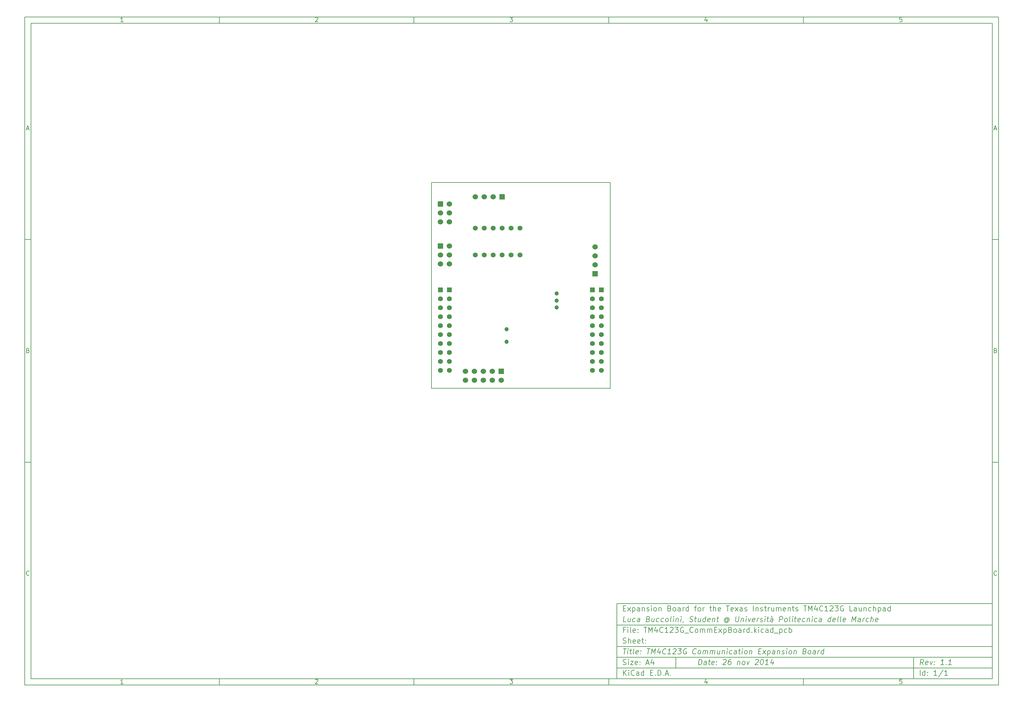
<source format=gbs>
G04 (created by PCBNEW (2013-07-07 BZR 4022)-stable) date 11/26/2014 18:45:40*
%MOIN*%
G04 Gerber Fmt 3.4, Leading zero omitted, Abs format*
%FSLAX34Y34*%
G01*
G70*
G90*
G04 APERTURE LIST*
%ADD10C,0.00590551*%
%ADD11C,0.00629921*%
%ADD12R,0.06X0.06*%
%ADD13C,0.06*%
%ADD14R,0.055X0.055*%
%ADD15C,0.055*%
%ADD16C,0.0472441*%
%ADD17C,0.0551181*%
G04 APERTURE END LIST*
G54D10*
X4000Y-4000D02*
X112930Y-4000D01*
X112930Y-78680D01*
X4000Y-78680D01*
X4000Y-4000D01*
X4700Y-4700D02*
X112230Y-4700D01*
X112230Y-77980D01*
X4700Y-77980D01*
X4700Y-4700D01*
X25780Y-4000D02*
X25780Y-4700D01*
X15032Y-4552D02*
X14747Y-4552D01*
X14890Y-4552D02*
X14890Y-4052D01*
X14842Y-4123D01*
X14794Y-4171D01*
X14747Y-4195D01*
X25780Y-78680D02*
X25780Y-77980D01*
X15032Y-78532D02*
X14747Y-78532D01*
X14890Y-78532D02*
X14890Y-78032D01*
X14842Y-78103D01*
X14794Y-78151D01*
X14747Y-78175D01*
X47560Y-4000D02*
X47560Y-4700D01*
X36527Y-4100D02*
X36550Y-4076D01*
X36598Y-4052D01*
X36717Y-4052D01*
X36765Y-4076D01*
X36789Y-4100D01*
X36812Y-4147D01*
X36812Y-4195D01*
X36789Y-4266D01*
X36503Y-4552D01*
X36812Y-4552D01*
X47560Y-78680D02*
X47560Y-77980D01*
X36527Y-78080D02*
X36550Y-78056D01*
X36598Y-78032D01*
X36717Y-78032D01*
X36765Y-78056D01*
X36789Y-78080D01*
X36812Y-78127D01*
X36812Y-78175D01*
X36789Y-78246D01*
X36503Y-78532D01*
X36812Y-78532D01*
X69340Y-4000D02*
X69340Y-4700D01*
X58283Y-4052D02*
X58592Y-4052D01*
X58426Y-4242D01*
X58497Y-4242D01*
X58545Y-4266D01*
X58569Y-4290D01*
X58592Y-4338D01*
X58592Y-4457D01*
X58569Y-4504D01*
X58545Y-4528D01*
X58497Y-4552D01*
X58354Y-4552D01*
X58307Y-4528D01*
X58283Y-4504D01*
X69340Y-78680D02*
X69340Y-77980D01*
X58283Y-78032D02*
X58592Y-78032D01*
X58426Y-78222D01*
X58497Y-78222D01*
X58545Y-78246D01*
X58569Y-78270D01*
X58592Y-78318D01*
X58592Y-78437D01*
X58569Y-78484D01*
X58545Y-78508D01*
X58497Y-78532D01*
X58354Y-78532D01*
X58307Y-78508D01*
X58283Y-78484D01*
X91120Y-4000D02*
X91120Y-4700D01*
X80325Y-4219D02*
X80325Y-4552D01*
X80206Y-4028D02*
X80087Y-4385D01*
X80396Y-4385D01*
X91120Y-78680D02*
X91120Y-77980D01*
X80325Y-78199D02*
X80325Y-78532D01*
X80206Y-78008D02*
X80087Y-78365D01*
X80396Y-78365D01*
X102129Y-4052D02*
X101890Y-4052D01*
X101867Y-4290D01*
X101890Y-4266D01*
X101938Y-4242D01*
X102057Y-4242D01*
X102105Y-4266D01*
X102129Y-4290D01*
X102152Y-4338D01*
X102152Y-4457D01*
X102129Y-4504D01*
X102105Y-4528D01*
X102057Y-4552D01*
X101938Y-4552D01*
X101890Y-4528D01*
X101867Y-4504D01*
X102129Y-78032D02*
X101890Y-78032D01*
X101867Y-78270D01*
X101890Y-78246D01*
X101938Y-78222D01*
X102057Y-78222D01*
X102105Y-78246D01*
X102129Y-78270D01*
X102152Y-78318D01*
X102152Y-78437D01*
X102129Y-78484D01*
X102105Y-78508D01*
X102057Y-78532D01*
X101938Y-78532D01*
X101890Y-78508D01*
X101867Y-78484D01*
X4000Y-28890D02*
X4700Y-28890D01*
X4230Y-16509D02*
X4469Y-16509D01*
X4183Y-16652D02*
X4350Y-16152D01*
X4516Y-16652D01*
X112930Y-28890D02*
X112230Y-28890D01*
X112460Y-16509D02*
X112699Y-16509D01*
X112413Y-16652D02*
X112580Y-16152D01*
X112746Y-16652D01*
X4000Y-53780D02*
X4700Y-53780D01*
X4385Y-41280D02*
X4457Y-41304D01*
X4480Y-41328D01*
X4504Y-41375D01*
X4504Y-41447D01*
X4480Y-41494D01*
X4457Y-41518D01*
X4409Y-41542D01*
X4219Y-41542D01*
X4219Y-41042D01*
X4385Y-41042D01*
X4433Y-41066D01*
X4457Y-41090D01*
X4480Y-41137D01*
X4480Y-41185D01*
X4457Y-41232D01*
X4433Y-41256D01*
X4385Y-41280D01*
X4219Y-41280D01*
X112930Y-53780D02*
X112230Y-53780D01*
X112615Y-41280D02*
X112687Y-41304D01*
X112710Y-41328D01*
X112734Y-41375D01*
X112734Y-41447D01*
X112710Y-41494D01*
X112687Y-41518D01*
X112639Y-41542D01*
X112449Y-41542D01*
X112449Y-41042D01*
X112615Y-41042D01*
X112663Y-41066D01*
X112687Y-41090D01*
X112710Y-41137D01*
X112710Y-41185D01*
X112687Y-41232D01*
X112663Y-41256D01*
X112615Y-41280D01*
X112449Y-41280D01*
X4504Y-66384D02*
X4480Y-66408D01*
X4409Y-66432D01*
X4361Y-66432D01*
X4290Y-66408D01*
X4242Y-66360D01*
X4219Y-66313D01*
X4195Y-66218D01*
X4195Y-66146D01*
X4219Y-66051D01*
X4242Y-66003D01*
X4290Y-65956D01*
X4361Y-65932D01*
X4409Y-65932D01*
X4480Y-65956D01*
X4504Y-65980D01*
X112734Y-66384D02*
X112710Y-66408D01*
X112639Y-66432D01*
X112591Y-66432D01*
X112520Y-66408D01*
X112472Y-66360D01*
X112449Y-66313D01*
X112425Y-66218D01*
X112425Y-66146D01*
X112449Y-66051D01*
X112472Y-66003D01*
X112520Y-65956D01*
X112591Y-65932D01*
X112639Y-65932D01*
X112710Y-65956D01*
X112734Y-65980D01*
X79380Y-76422D02*
X79455Y-75822D01*
X79597Y-75822D01*
X79680Y-75851D01*
X79730Y-75908D01*
X79751Y-75965D01*
X79765Y-76080D01*
X79755Y-76165D01*
X79712Y-76280D01*
X79676Y-76337D01*
X79612Y-76394D01*
X79522Y-76422D01*
X79380Y-76422D01*
X80237Y-76422D02*
X80276Y-76108D01*
X80255Y-76051D01*
X80201Y-76022D01*
X80087Y-76022D01*
X80026Y-76051D01*
X80240Y-76394D02*
X80180Y-76422D01*
X80037Y-76422D01*
X79983Y-76394D01*
X79962Y-76337D01*
X79969Y-76280D01*
X80005Y-76222D01*
X80065Y-76194D01*
X80208Y-76194D01*
X80269Y-76165D01*
X80487Y-76022D02*
X80715Y-76022D01*
X80597Y-75822D02*
X80533Y-76337D01*
X80555Y-76394D01*
X80608Y-76422D01*
X80665Y-76422D01*
X81097Y-76394D02*
X81037Y-76422D01*
X80922Y-76422D01*
X80869Y-76394D01*
X80847Y-76337D01*
X80876Y-76108D01*
X80912Y-76051D01*
X80972Y-76022D01*
X81087Y-76022D01*
X81140Y-76051D01*
X81162Y-76108D01*
X81155Y-76165D01*
X80862Y-76222D01*
X81387Y-76365D02*
X81412Y-76394D01*
X81380Y-76422D01*
X81355Y-76394D01*
X81387Y-76365D01*
X81380Y-76422D01*
X81426Y-76051D02*
X81451Y-76080D01*
X81419Y-76108D01*
X81394Y-76080D01*
X81426Y-76051D01*
X81419Y-76108D01*
X82162Y-75880D02*
X82194Y-75851D01*
X82255Y-75822D01*
X82397Y-75822D01*
X82451Y-75851D01*
X82476Y-75880D01*
X82497Y-75937D01*
X82490Y-75994D01*
X82451Y-76080D01*
X82065Y-76422D01*
X82437Y-76422D01*
X83026Y-75822D02*
X82912Y-75822D01*
X82851Y-75851D01*
X82819Y-75880D01*
X82751Y-75965D01*
X82708Y-76080D01*
X82680Y-76308D01*
X82701Y-76365D01*
X82726Y-76394D01*
X82780Y-76422D01*
X82894Y-76422D01*
X82955Y-76394D01*
X82987Y-76365D01*
X83022Y-76308D01*
X83040Y-76165D01*
X83019Y-76108D01*
X82994Y-76080D01*
X82940Y-76051D01*
X82826Y-76051D01*
X82765Y-76080D01*
X82733Y-76108D01*
X82697Y-76165D01*
X83772Y-76022D02*
X83722Y-76422D01*
X83765Y-76080D02*
X83797Y-76051D01*
X83858Y-76022D01*
X83944Y-76022D01*
X83997Y-76051D01*
X84019Y-76108D01*
X83980Y-76422D01*
X84351Y-76422D02*
X84297Y-76394D01*
X84272Y-76365D01*
X84251Y-76308D01*
X84272Y-76137D01*
X84308Y-76080D01*
X84340Y-76051D01*
X84401Y-76022D01*
X84487Y-76022D01*
X84540Y-76051D01*
X84565Y-76080D01*
X84587Y-76137D01*
X84565Y-76308D01*
X84530Y-76365D01*
X84497Y-76394D01*
X84437Y-76422D01*
X84351Y-76422D01*
X84801Y-76022D02*
X84894Y-76422D01*
X85087Y-76022D01*
X85762Y-75880D02*
X85794Y-75851D01*
X85855Y-75822D01*
X85997Y-75822D01*
X86051Y-75851D01*
X86076Y-75880D01*
X86097Y-75937D01*
X86090Y-75994D01*
X86051Y-76080D01*
X85665Y-76422D01*
X86037Y-76422D01*
X86483Y-75822D02*
X86540Y-75822D01*
X86594Y-75851D01*
X86619Y-75880D01*
X86640Y-75937D01*
X86655Y-76051D01*
X86637Y-76194D01*
X86594Y-76308D01*
X86558Y-76365D01*
X86526Y-76394D01*
X86465Y-76422D01*
X86408Y-76422D01*
X86355Y-76394D01*
X86330Y-76365D01*
X86308Y-76308D01*
X86294Y-76194D01*
X86312Y-76051D01*
X86355Y-75937D01*
X86390Y-75880D01*
X86422Y-75851D01*
X86483Y-75822D01*
X87180Y-76422D02*
X86837Y-76422D01*
X87008Y-76422D02*
X87083Y-75822D01*
X87015Y-75908D01*
X86951Y-75965D01*
X86890Y-75994D01*
X87744Y-76022D02*
X87694Y-76422D01*
X87630Y-75794D02*
X87433Y-76222D01*
X87805Y-76222D01*
X70972Y-77622D02*
X70972Y-77022D01*
X71315Y-77622D02*
X71058Y-77280D01*
X71315Y-77022D02*
X70972Y-77365D01*
X71572Y-77622D02*
X71572Y-77222D01*
X71572Y-77022D02*
X71544Y-77051D01*
X71572Y-77080D01*
X71601Y-77051D01*
X71572Y-77022D01*
X71572Y-77080D01*
X72201Y-77565D02*
X72172Y-77594D01*
X72087Y-77622D01*
X72030Y-77622D01*
X71944Y-77594D01*
X71887Y-77537D01*
X71858Y-77480D01*
X71830Y-77365D01*
X71830Y-77280D01*
X71858Y-77165D01*
X71887Y-77108D01*
X71944Y-77051D01*
X72030Y-77022D01*
X72087Y-77022D01*
X72172Y-77051D01*
X72201Y-77080D01*
X72715Y-77622D02*
X72715Y-77308D01*
X72687Y-77251D01*
X72630Y-77222D01*
X72515Y-77222D01*
X72458Y-77251D01*
X72715Y-77594D02*
X72658Y-77622D01*
X72515Y-77622D01*
X72458Y-77594D01*
X72430Y-77537D01*
X72430Y-77480D01*
X72458Y-77422D01*
X72515Y-77394D01*
X72658Y-77394D01*
X72715Y-77365D01*
X73258Y-77622D02*
X73258Y-77022D01*
X73258Y-77594D02*
X73201Y-77622D01*
X73087Y-77622D01*
X73030Y-77594D01*
X73001Y-77565D01*
X72972Y-77508D01*
X72972Y-77337D01*
X73001Y-77280D01*
X73030Y-77251D01*
X73087Y-77222D01*
X73201Y-77222D01*
X73258Y-77251D01*
X74001Y-77308D02*
X74201Y-77308D01*
X74287Y-77622D02*
X74001Y-77622D01*
X74001Y-77022D01*
X74287Y-77022D01*
X74544Y-77565D02*
X74572Y-77594D01*
X74544Y-77622D01*
X74515Y-77594D01*
X74544Y-77565D01*
X74544Y-77622D01*
X74829Y-77622D02*
X74829Y-77022D01*
X74972Y-77022D01*
X75058Y-77051D01*
X75115Y-77108D01*
X75144Y-77165D01*
X75172Y-77280D01*
X75172Y-77365D01*
X75144Y-77480D01*
X75115Y-77537D01*
X75058Y-77594D01*
X74972Y-77622D01*
X74829Y-77622D01*
X75429Y-77565D02*
X75458Y-77594D01*
X75429Y-77622D01*
X75401Y-77594D01*
X75429Y-77565D01*
X75429Y-77622D01*
X75687Y-77451D02*
X75972Y-77451D01*
X75629Y-77622D02*
X75829Y-77022D01*
X76029Y-77622D01*
X76229Y-77565D02*
X76258Y-77594D01*
X76229Y-77622D01*
X76201Y-77594D01*
X76229Y-77565D01*
X76229Y-77622D01*
X104522Y-76422D02*
X104358Y-76137D01*
X104180Y-76422D02*
X104255Y-75822D01*
X104483Y-75822D01*
X104537Y-75851D01*
X104562Y-75880D01*
X104583Y-75937D01*
X104572Y-76022D01*
X104537Y-76080D01*
X104505Y-76108D01*
X104444Y-76137D01*
X104215Y-76137D01*
X105012Y-76394D02*
X104951Y-76422D01*
X104837Y-76422D01*
X104783Y-76394D01*
X104762Y-76337D01*
X104790Y-76108D01*
X104826Y-76051D01*
X104887Y-76022D01*
X105001Y-76022D01*
X105055Y-76051D01*
X105076Y-76108D01*
X105069Y-76165D01*
X104776Y-76222D01*
X105287Y-76022D02*
X105380Y-76422D01*
X105572Y-76022D01*
X105758Y-76365D02*
X105783Y-76394D01*
X105751Y-76422D01*
X105726Y-76394D01*
X105758Y-76365D01*
X105751Y-76422D01*
X105797Y-76051D02*
X105822Y-76080D01*
X105790Y-76108D01*
X105765Y-76080D01*
X105797Y-76051D01*
X105790Y-76108D01*
X106808Y-76422D02*
X106465Y-76422D01*
X106637Y-76422D02*
X106712Y-75822D01*
X106644Y-75908D01*
X106580Y-75965D01*
X106519Y-75994D01*
X107072Y-76365D02*
X107097Y-76394D01*
X107065Y-76422D01*
X107040Y-76394D01*
X107072Y-76365D01*
X107065Y-76422D01*
X107665Y-76422D02*
X107322Y-76422D01*
X107494Y-76422D02*
X107569Y-75822D01*
X107501Y-75908D01*
X107437Y-75965D01*
X107376Y-75994D01*
X70944Y-76394D02*
X71030Y-76422D01*
X71172Y-76422D01*
X71230Y-76394D01*
X71258Y-76365D01*
X71287Y-76308D01*
X71287Y-76251D01*
X71258Y-76194D01*
X71230Y-76165D01*
X71172Y-76137D01*
X71058Y-76108D01*
X71001Y-76080D01*
X70972Y-76051D01*
X70944Y-75994D01*
X70944Y-75937D01*
X70972Y-75880D01*
X71001Y-75851D01*
X71058Y-75822D01*
X71201Y-75822D01*
X71287Y-75851D01*
X71544Y-76422D02*
X71544Y-76022D01*
X71544Y-75822D02*
X71515Y-75851D01*
X71544Y-75880D01*
X71572Y-75851D01*
X71544Y-75822D01*
X71544Y-75880D01*
X71772Y-76022D02*
X72087Y-76022D01*
X71772Y-76422D01*
X72087Y-76422D01*
X72544Y-76394D02*
X72487Y-76422D01*
X72372Y-76422D01*
X72315Y-76394D01*
X72287Y-76337D01*
X72287Y-76108D01*
X72315Y-76051D01*
X72372Y-76022D01*
X72487Y-76022D01*
X72544Y-76051D01*
X72572Y-76108D01*
X72572Y-76165D01*
X72287Y-76222D01*
X72830Y-76365D02*
X72858Y-76394D01*
X72830Y-76422D01*
X72801Y-76394D01*
X72830Y-76365D01*
X72830Y-76422D01*
X72830Y-76051D02*
X72858Y-76080D01*
X72830Y-76108D01*
X72801Y-76080D01*
X72830Y-76051D01*
X72830Y-76108D01*
X73544Y-76251D02*
X73830Y-76251D01*
X73487Y-76422D02*
X73687Y-75822D01*
X73887Y-76422D01*
X74344Y-76022D02*
X74344Y-76422D01*
X74201Y-75794D02*
X74058Y-76222D01*
X74430Y-76222D01*
X104172Y-77622D02*
X104172Y-77022D01*
X104715Y-77622D02*
X104715Y-77022D01*
X104715Y-77594D02*
X104658Y-77622D01*
X104544Y-77622D01*
X104487Y-77594D01*
X104458Y-77565D01*
X104430Y-77508D01*
X104430Y-77337D01*
X104458Y-77280D01*
X104487Y-77251D01*
X104544Y-77222D01*
X104658Y-77222D01*
X104715Y-77251D01*
X105001Y-77565D02*
X105030Y-77594D01*
X105001Y-77622D01*
X104972Y-77594D01*
X105001Y-77565D01*
X105001Y-77622D01*
X105001Y-77251D02*
X105030Y-77280D01*
X105001Y-77308D01*
X104972Y-77280D01*
X105001Y-77251D01*
X105001Y-77308D01*
X106058Y-77622D02*
X105715Y-77622D01*
X105887Y-77622D02*
X105887Y-77022D01*
X105829Y-77108D01*
X105772Y-77165D01*
X105715Y-77194D01*
X106744Y-76994D02*
X106230Y-77765D01*
X107258Y-77622D02*
X106915Y-77622D01*
X107087Y-77622D02*
X107087Y-77022D01*
X107029Y-77108D01*
X106972Y-77165D01*
X106915Y-77194D01*
X70969Y-74622D02*
X71312Y-74622D01*
X71065Y-75222D02*
X71140Y-74622D01*
X71437Y-75222D02*
X71487Y-74822D01*
X71512Y-74622D02*
X71480Y-74651D01*
X71505Y-74680D01*
X71537Y-74651D01*
X71512Y-74622D01*
X71505Y-74680D01*
X71687Y-74822D02*
X71915Y-74822D01*
X71797Y-74622D02*
X71733Y-75137D01*
X71755Y-75194D01*
X71808Y-75222D01*
X71865Y-75222D01*
X72151Y-75222D02*
X72097Y-75194D01*
X72076Y-75137D01*
X72140Y-74622D01*
X72612Y-75194D02*
X72551Y-75222D01*
X72437Y-75222D01*
X72383Y-75194D01*
X72362Y-75137D01*
X72390Y-74908D01*
X72426Y-74851D01*
X72487Y-74822D01*
X72601Y-74822D01*
X72655Y-74851D01*
X72676Y-74908D01*
X72669Y-74965D01*
X72376Y-75022D01*
X72901Y-75165D02*
X72926Y-75194D01*
X72894Y-75222D01*
X72869Y-75194D01*
X72901Y-75165D01*
X72894Y-75222D01*
X72940Y-74851D02*
X72965Y-74880D01*
X72933Y-74908D01*
X72908Y-74880D01*
X72940Y-74851D01*
X72933Y-74908D01*
X73626Y-74622D02*
X73969Y-74622D01*
X73722Y-75222D02*
X73797Y-74622D01*
X74094Y-75222D02*
X74169Y-74622D01*
X74315Y-75051D01*
X74569Y-74622D01*
X74494Y-75222D01*
X75087Y-74822D02*
X75037Y-75222D01*
X74972Y-74594D02*
X74776Y-75022D01*
X75147Y-75022D01*
X75701Y-75165D02*
X75669Y-75194D01*
X75580Y-75222D01*
X75522Y-75222D01*
X75440Y-75194D01*
X75390Y-75137D01*
X75369Y-75080D01*
X75355Y-74965D01*
X75365Y-74880D01*
X75408Y-74765D01*
X75444Y-74708D01*
X75508Y-74651D01*
X75597Y-74622D01*
X75655Y-74622D01*
X75737Y-74651D01*
X75762Y-74680D01*
X76265Y-75222D02*
X75922Y-75222D01*
X76094Y-75222D02*
X76169Y-74622D01*
X76101Y-74708D01*
X76037Y-74765D01*
X75976Y-74794D01*
X76562Y-74680D02*
X76594Y-74651D01*
X76655Y-74622D01*
X76797Y-74622D01*
X76851Y-74651D01*
X76876Y-74680D01*
X76897Y-74737D01*
X76890Y-74794D01*
X76851Y-74880D01*
X76465Y-75222D01*
X76837Y-75222D01*
X77112Y-74622D02*
X77483Y-74622D01*
X77255Y-74851D01*
X77340Y-74851D01*
X77394Y-74880D01*
X77419Y-74908D01*
X77440Y-74965D01*
X77422Y-75108D01*
X77387Y-75165D01*
X77355Y-75194D01*
X77294Y-75222D01*
X77122Y-75222D01*
X77069Y-75194D01*
X77044Y-75165D01*
X78051Y-74651D02*
X77997Y-74622D01*
X77912Y-74622D01*
X77822Y-74651D01*
X77758Y-74708D01*
X77722Y-74765D01*
X77680Y-74880D01*
X77669Y-74965D01*
X77683Y-75080D01*
X77705Y-75137D01*
X77755Y-75194D01*
X77837Y-75222D01*
X77894Y-75222D01*
X77983Y-75194D01*
X78015Y-75165D01*
X78040Y-74965D01*
X77926Y-74965D01*
X79072Y-75165D02*
X79040Y-75194D01*
X78951Y-75222D01*
X78894Y-75222D01*
X78812Y-75194D01*
X78762Y-75137D01*
X78740Y-75080D01*
X78726Y-74965D01*
X78737Y-74880D01*
X78780Y-74765D01*
X78815Y-74708D01*
X78880Y-74651D01*
X78969Y-74622D01*
X79026Y-74622D01*
X79108Y-74651D01*
X79133Y-74680D01*
X79408Y-75222D02*
X79355Y-75194D01*
X79330Y-75165D01*
X79308Y-75108D01*
X79330Y-74937D01*
X79365Y-74880D01*
X79397Y-74851D01*
X79458Y-74822D01*
X79544Y-74822D01*
X79597Y-74851D01*
X79622Y-74880D01*
X79644Y-74937D01*
X79622Y-75108D01*
X79587Y-75165D01*
X79555Y-75194D01*
X79494Y-75222D01*
X79408Y-75222D01*
X79865Y-75222D02*
X79915Y-74822D01*
X79908Y-74880D02*
X79940Y-74851D01*
X80001Y-74822D01*
X80087Y-74822D01*
X80140Y-74851D01*
X80162Y-74908D01*
X80122Y-75222D01*
X80162Y-74908D02*
X80197Y-74851D01*
X80258Y-74822D01*
X80344Y-74822D01*
X80397Y-74851D01*
X80419Y-74908D01*
X80380Y-75222D01*
X80665Y-75222D02*
X80715Y-74822D01*
X80708Y-74880D02*
X80740Y-74851D01*
X80801Y-74822D01*
X80887Y-74822D01*
X80940Y-74851D01*
X80962Y-74908D01*
X80922Y-75222D01*
X80962Y-74908D02*
X80997Y-74851D01*
X81058Y-74822D01*
X81144Y-74822D01*
X81197Y-74851D01*
X81219Y-74908D01*
X81180Y-75222D01*
X81772Y-74822D02*
X81722Y-75222D01*
X81515Y-74822D02*
X81476Y-75137D01*
X81497Y-75194D01*
X81551Y-75222D01*
X81637Y-75222D01*
X81697Y-75194D01*
X81730Y-75165D01*
X82058Y-74822D02*
X82008Y-75222D01*
X82051Y-74880D02*
X82083Y-74851D01*
X82144Y-74822D01*
X82230Y-74822D01*
X82283Y-74851D01*
X82305Y-74908D01*
X82265Y-75222D01*
X82551Y-75222D02*
X82601Y-74822D01*
X82626Y-74622D02*
X82594Y-74651D01*
X82619Y-74680D01*
X82651Y-74651D01*
X82626Y-74622D01*
X82619Y-74680D01*
X83097Y-75194D02*
X83037Y-75222D01*
X82922Y-75222D01*
X82869Y-75194D01*
X82844Y-75165D01*
X82822Y-75108D01*
X82844Y-74937D01*
X82880Y-74880D01*
X82912Y-74851D01*
X82972Y-74822D01*
X83087Y-74822D01*
X83140Y-74851D01*
X83608Y-75222D02*
X83647Y-74908D01*
X83626Y-74851D01*
X83572Y-74822D01*
X83458Y-74822D01*
X83397Y-74851D01*
X83612Y-75194D02*
X83551Y-75222D01*
X83408Y-75222D01*
X83355Y-75194D01*
X83333Y-75137D01*
X83340Y-75080D01*
X83376Y-75022D01*
X83437Y-74994D01*
X83580Y-74994D01*
X83640Y-74965D01*
X83858Y-74822D02*
X84087Y-74822D01*
X83969Y-74622D02*
X83905Y-75137D01*
X83926Y-75194D01*
X83980Y-75222D01*
X84037Y-75222D01*
X84237Y-75222D02*
X84287Y-74822D01*
X84312Y-74622D02*
X84280Y-74651D01*
X84305Y-74680D01*
X84337Y-74651D01*
X84312Y-74622D01*
X84305Y-74680D01*
X84608Y-75222D02*
X84555Y-75194D01*
X84530Y-75165D01*
X84508Y-75108D01*
X84530Y-74937D01*
X84565Y-74880D01*
X84597Y-74851D01*
X84658Y-74822D01*
X84744Y-74822D01*
X84797Y-74851D01*
X84822Y-74880D01*
X84844Y-74937D01*
X84822Y-75108D01*
X84787Y-75165D01*
X84755Y-75194D01*
X84694Y-75222D01*
X84608Y-75222D01*
X85115Y-74822D02*
X85065Y-75222D01*
X85108Y-74880D02*
X85140Y-74851D01*
X85201Y-74822D01*
X85287Y-74822D01*
X85340Y-74851D01*
X85362Y-74908D01*
X85322Y-75222D01*
X86105Y-74908D02*
X86305Y-74908D01*
X86351Y-75222D02*
X86065Y-75222D01*
X86140Y-74622D01*
X86426Y-74622D01*
X86551Y-75222D02*
X86915Y-74822D01*
X86601Y-74822D02*
X86865Y-75222D01*
X87144Y-74822D02*
X87069Y-75422D01*
X87140Y-74851D02*
X87201Y-74822D01*
X87315Y-74822D01*
X87369Y-74851D01*
X87394Y-74880D01*
X87415Y-74937D01*
X87394Y-75108D01*
X87358Y-75165D01*
X87326Y-75194D01*
X87265Y-75222D01*
X87151Y-75222D01*
X87097Y-75194D01*
X87894Y-75222D02*
X87933Y-74908D01*
X87912Y-74851D01*
X87858Y-74822D01*
X87744Y-74822D01*
X87683Y-74851D01*
X87897Y-75194D02*
X87837Y-75222D01*
X87694Y-75222D01*
X87640Y-75194D01*
X87619Y-75137D01*
X87626Y-75080D01*
X87662Y-75022D01*
X87722Y-74994D01*
X87865Y-74994D01*
X87926Y-74965D01*
X88230Y-74822D02*
X88180Y-75222D01*
X88222Y-74880D02*
X88255Y-74851D01*
X88315Y-74822D01*
X88401Y-74822D01*
X88455Y-74851D01*
X88476Y-74908D01*
X88437Y-75222D01*
X88697Y-75194D02*
X88751Y-75222D01*
X88865Y-75222D01*
X88926Y-75194D01*
X88962Y-75137D01*
X88965Y-75108D01*
X88944Y-75051D01*
X88890Y-75022D01*
X88805Y-75022D01*
X88751Y-74994D01*
X88730Y-74937D01*
X88733Y-74908D01*
X88769Y-74851D01*
X88830Y-74822D01*
X88915Y-74822D01*
X88969Y-74851D01*
X89208Y-75222D02*
X89258Y-74822D01*
X89283Y-74622D02*
X89251Y-74651D01*
X89276Y-74680D01*
X89308Y-74651D01*
X89283Y-74622D01*
X89276Y-74680D01*
X89579Y-75222D02*
X89526Y-75194D01*
X89501Y-75165D01*
X89480Y-75108D01*
X89501Y-74937D01*
X89537Y-74880D01*
X89569Y-74851D01*
X89629Y-74822D01*
X89715Y-74822D01*
X89769Y-74851D01*
X89794Y-74880D01*
X89815Y-74937D01*
X89794Y-75108D01*
X89758Y-75165D01*
X89726Y-75194D01*
X89665Y-75222D01*
X89579Y-75222D01*
X90087Y-74822D02*
X90037Y-75222D01*
X90079Y-74880D02*
X90112Y-74851D01*
X90172Y-74822D01*
X90258Y-74822D01*
X90312Y-74851D01*
X90333Y-74908D01*
X90294Y-75222D01*
X91276Y-74908D02*
X91358Y-74937D01*
X91383Y-74965D01*
X91404Y-75022D01*
X91394Y-75108D01*
X91358Y-75165D01*
X91326Y-75194D01*
X91265Y-75222D01*
X91037Y-75222D01*
X91112Y-74622D01*
X91312Y-74622D01*
X91365Y-74651D01*
X91390Y-74680D01*
X91412Y-74737D01*
X91404Y-74794D01*
X91369Y-74851D01*
X91337Y-74880D01*
X91276Y-74908D01*
X91076Y-74908D01*
X91722Y-75222D02*
X91669Y-75194D01*
X91644Y-75165D01*
X91622Y-75108D01*
X91644Y-74937D01*
X91679Y-74880D01*
X91712Y-74851D01*
X91772Y-74822D01*
X91858Y-74822D01*
X91912Y-74851D01*
X91937Y-74880D01*
X91958Y-74937D01*
X91937Y-75108D01*
X91901Y-75165D01*
X91869Y-75194D01*
X91808Y-75222D01*
X91722Y-75222D01*
X92437Y-75222D02*
X92476Y-74908D01*
X92454Y-74851D01*
X92401Y-74822D01*
X92287Y-74822D01*
X92226Y-74851D01*
X92440Y-75194D02*
X92379Y-75222D01*
X92237Y-75222D01*
X92183Y-75194D01*
X92162Y-75137D01*
X92169Y-75080D01*
X92204Y-75022D01*
X92265Y-74994D01*
X92408Y-74994D01*
X92469Y-74965D01*
X92722Y-75222D02*
X92772Y-74822D01*
X92758Y-74937D02*
X92794Y-74880D01*
X92826Y-74851D01*
X92887Y-74822D01*
X92944Y-74822D01*
X93351Y-75222D02*
X93426Y-74622D01*
X93354Y-75194D02*
X93294Y-75222D01*
X93179Y-75222D01*
X93126Y-75194D01*
X93101Y-75165D01*
X93080Y-75108D01*
X93101Y-74937D01*
X93137Y-74880D01*
X93169Y-74851D01*
X93229Y-74822D01*
X93344Y-74822D01*
X93397Y-74851D01*
X71172Y-72508D02*
X70972Y-72508D01*
X70972Y-72822D02*
X70972Y-72222D01*
X71258Y-72222D01*
X71487Y-72822D02*
X71487Y-72422D01*
X71487Y-72222D02*
X71458Y-72251D01*
X71487Y-72280D01*
X71515Y-72251D01*
X71487Y-72222D01*
X71487Y-72280D01*
X71858Y-72822D02*
X71801Y-72794D01*
X71772Y-72737D01*
X71772Y-72222D01*
X72315Y-72794D02*
X72258Y-72822D01*
X72144Y-72822D01*
X72087Y-72794D01*
X72058Y-72737D01*
X72058Y-72508D01*
X72087Y-72451D01*
X72144Y-72422D01*
X72258Y-72422D01*
X72315Y-72451D01*
X72344Y-72508D01*
X72344Y-72565D01*
X72058Y-72622D01*
X72601Y-72765D02*
X72630Y-72794D01*
X72601Y-72822D01*
X72572Y-72794D01*
X72601Y-72765D01*
X72601Y-72822D01*
X72601Y-72451D02*
X72630Y-72480D01*
X72601Y-72508D01*
X72572Y-72480D01*
X72601Y-72451D01*
X72601Y-72508D01*
X73258Y-72222D02*
X73601Y-72222D01*
X73430Y-72822D02*
X73430Y-72222D01*
X73801Y-72822D02*
X73801Y-72222D01*
X74001Y-72651D01*
X74201Y-72222D01*
X74201Y-72822D01*
X74744Y-72422D02*
X74744Y-72822D01*
X74601Y-72194D02*
X74458Y-72622D01*
X74830Y-72622D01*
X75401Y-72765D02*
X75372Y-72794D01*
X75287Y-72822D01*
X75230Y-72822D01*
X75144Y-72794D01*
X75087Y-72737D01*
X75058Y-72680D01*
X75030Y-72565D01*
X75030Y-72480D01*
X75058Y-72365D01*
X75087Y-72308D01*
X75144Y-72251D01*
X75230Y-72222D01*
X75287Y-72222D01*
X75372Y-72251D01*
X75401Y-72280D01*
X75972Y-72822D02*
X75630Y-72822D01*
X75801Y-72822D02*
X75801Y-72222D01*
X75744Y-72308D01*
X75687Y-72365D01*
X75630Y-72394D01*
X76201Y-72280D02*
X76230Y-72251D01*
X76287Y-72222D01*
X76430Y-72222D01*
X76487Y-72251D01*
X76515Y-72280D01*
X76544Y-72337D01*
X76544Y-72394D01*
X76515Y-72480D01*
X76172Y-72822D01*
X76544Y-72822D01*
X76744Y-72222D02*
X77115Y-72222D01*
X76915Y-72451D01*
X77001Y-72451D01*
X77058Y-72480D01*
X77087Y-72508D01*
X77115Y-72565D01*
X77115Y-72708D01*
X77087Y-72765D01*
X77058Y-72794D01*
X77001Y-72822D01*
X76830Y-72822D01*
X76772Y-72794D01*
X76744Y-72765D01*
X77687Y-72251D02*
X77630Y-72222D01*
X77544Y-72222D01*
X77458Y-72251D01*
X77401Y-72308D01*
X77372Y-72365D01*
X77344Y-72480D01*
X77344Y-72565D01*
X77372Y-72680D01*
X77401Y-72737D01*
X77458Y-72794D01*
X77544Y-72822D01*
X77601Y-72822D01*
X77687Y-72794D01*
X77715Y-72765D01*
X77715Y-72565D01*
X77601Y-72565D01*
X77830Y-72880D02*
X78287Y-72880D01*
X78772Y-72765D02*
X78744Y-72794D01*
X78658Y-72822D01*
X78601Y-72822D01*
X78515Y-72794D01*
X78458Y-72737D01*
X78430Y-72680D01*
X78401Y-72565D01*
X78401Y-72480D01*
X78430Y-72365D01*
X78458Y-72308D01*
X78515Y-72251D01*
X78601Y-72222D01*
X78658Y-72222D01*
X78744Y-72251D01*
X78772Y-72280D01*
X79115Y-72822D02*
X79058Y-72794D01*
X79030Y-72765D01*
X79001Y-72708D01*
X79001Y-72537D01*
X79030Y-72480D01*
X79058Y-72451D01*
X79115Y-72422D01*
X79201Y-72422D01*
X79258Y-72451D01*
X79287Y-72480D01*
X79315Y-72537D01*
X79315Y-72708D01*
X79287Y-72765D01*
X79258Y-72794D01*
X79201Y-72822D01*
X79115Y-72822D01*
X79572Y-72822D02*
X79572Y-72422D01*
X79572Y-72480D02*
X79601Y-72451D01*
X79658Y-72422D01*
X79744Y-72422D01*
X79801Y-72451D01*
X79830Y-72508D01*
X79830Y-72822D01*
X79830Y-72508D02*
X79858Y-72451D01*
X79915Y-72422D01*
X80001Y-72422D01*
X80058Y-72451D01*
X80087Y-72508D01*
X80087Y-72822D01*
X80372Y-72822D02*
X80372Y-72422D01*
X80372Y-72480D02*
X80401Y-72451D01*
X80458Y-72422D01*
X80544Y-72422D01*
X80601Y-72451D01*
X80630Y-72508D01*
X80630Y-72822D01*
X80630Y-72508D02*
X80658Y-72451D01*
X80715Y-72422D01*
X80801Y-72422D01*
X80858Y-72451D01*
X80887Y-72508D01*
X80887Y-72822D01*
X81172Y-72508D02*
X81372Y-72508D01*
X81458Y-72822D02*
X81172Y-72822D01*
X81172Y-72222D01*
X81458Y-72222D01*
X81658Y-72822D02*
X81972Y-72422D01*
X81658Y-72422D02*
X81972Y-72822D01*
X82201Y-72422D02*
X82201Y-73022D01*
X82201Y-72451D02*
X82258Y-72422D01*
X82372Y-72422D01*
X82430Y-72451D01*
X82458Y-72480D01*
X82487Y-72537D01*
X82487Y-72708D01*
X82458Y-72765D01*
X82430Y-72794D01*
X82372Y-72822D01*
X82258Y-72822D01*
X82201Y-72794D01*
X82944Y-72508D02*
X83030Y-72537D01*
X83058Y-72565D01*
X83087Y-72622D01*
X83087Y-72708D01*
X83058Y-72765D01*
X83030Y-72794D01*
X82972Y-72822D01*
X82744Y-72822D01*
X82744Y-72222D01*
X82944Y-72222D01*
X83001Y-72251D01*
X83030Y-72280D01*
X83058Y-72337D01*
X83058Y-72394D01*
X83030Y-72451D01*
X83001Y-72480D01*
X82944Y-72508D01*
X82744Y-72508D01*
X83430Y-72822D02*
X83372Y-72794D01*
X83344Y-72765D01*
X83315Y-72708D01*
X83315Y-72537D01*
X83344Y-72480D01*
X83372Y-72451D01*
X83430Y-72422D01*
X83515Y-72422D01*
X83572Y-72451D01*
X83601Y-72480D01*
X83630Y-72537D01*
X83630Y-72708D01*
X83601Y-72765D01*
X83572Y-72794D01*
X83515Y-72822D01*
X83430Y-72822D01*
X84144Y-72822D02*
X84144Y-72508D01*
X84115Y-72451D01*
X84058Y-72422D01*
X83944Y-72422D01*
X83887Y-72451D01*
X84144Y-72794D02*
X84087Y-72822D01*
X83944Y-72822D01*
X83887Y-72794D01*
X83858Y-72737D01*
X83858Y-72680D01*
X83887Y-72622D01*
X83944Y-72594D01*
X84087Y-72594D01*
X84144Y-72565D01*
X84430Y-72822D02*
X84430Y-72422D01*
X84430Y-72537D02*
X84458Y-72480D01*
X84487Y-72451D01*
X84544Y-72422D01*
X84601Y-72422D01*
X85058Y-72822D02*
X85058Y-72222D01*
X85058Y-72794D02*
X85001Y-72822D01*
X84887Y-72822D01*
X84830Y-72794D01*
X84801Y-72765D01*
X84772Y-72708D01*
X84772Y-72537D01*
X84801Y-72480D01*
X84830Y-72451D01*
X84887Y-72422D01*
X85001Y-72422D01*
X85058Y-72451D01*
X85344Y-72765D02*
X85372Y-72794D01*
X85344Y-72822D01*
X85315Y-72794D01*
X85344Y-72765D01*
X85344Y-72822D01*
X85630Y-72822D02*
X85630Y-72222D01*
X85687Y-72594D02*
X85858Y-72822D01*
X85858Y-72422D02*
X85630Y-72651D01*
X86115Y-72822D02*
X86115Y-72422D01*
X86115Y-72222D02*
X86087Y-72251D01*
X86115Y-72280D01*
X86144Y-72251D01*
X86115Y-72222D01*
X86115Y-72280D01*
X86658Y-72794D02*
X86601Y-72822D01*
X86487Y-72822D01*
X86430Y-72794D01*
X86401Y-72765D01*
X86372Y-72708D01*
X86372Y-72537D01*
X86401Y-72480D01*
X86430Y-72451D01*
X86487Y-72422D01*
X86601Y-72422D01*
X86658Y-72451D01*
X87172Y-72822D02*
X87172Y-72508D01*
X87144Y-72451D01*
X87087Y-72422D01*
X86972Y-72422D01*
X86915Y-72451D01*
X87172Y-72794D02*
X87115Y-72822D01*
X86972Y-72822D01*
X86915Y-72794D01*
X86887Y-72737D01*
X86887Y-72680D01*
X86915Y-72622D01*
X86972Y-72594D01*
X87115Y-72594D01*
X87172Y-72565D01*
X87715Y-72822D02*
X87715Y-72222D01*
X87715Y-72794D02*
X87658Y-72822D01*
X87544Y-72822D01*
X87487Y-72794D01*
X87458Y-72765D01*
X87430Y-72708D01*
X87430Y-72537D01*
X87458Y-72480D01*
X87487Y-72451D01*
X87544Y-72422D01*
X87658Y-72422D01*
X87715Y-72451D01*
X87858Y-72880D02*
X88315Y-72880D01*
X88458Y-72422D02*
X88458Y-73022D01*
X88458Y-72451D02*
X88515Y-72422D01*
X88630Y-72422D01*
X88687Y-72451D01*
X88715Y-72480D01*
X88744Y-72537D01*
X88744Y-72708D01*
X88715Y-72765D01*
X88687Y-72794D01*
X88630Y-72822D01*
X88515Y-72822D01*
X88458Y-72794D01*
X89258Y-72794D02*
X89201Y-72822D01*
X89087Y-72822D01*
X89030Y-72794D01*
X89001Y-72765D01*
X88972Y-72708D01*
X88972Y-72537D01*
X89001Y-72480D01*
X89030Y-72451D01*
X89087Y-72422D01*
X89201Y-72422D01*
X89258Y-72451D01*
X89515Y-72822D02*
X89515Y-72222D01*
X89515Y-72451D02*
X89572Y-72422D01*
X89687Y-72422D01*
X89744Y-72451D01*
X89772Y-72480D01*
X89801Y-72537D01*
X89801Y-72708D01*
X89772Y-72765D01*
X89744Y-72794D01*
X89687Y-72822D01*
X89572Y-72822D01*
X89515Y-72794D01*
X70944Y-73994D02*
X71030Y-74022D01*
X71172Y-74022D01*
X71230Y-73994D01*
X71258Y-73965D01*
X71287Y-73908D01*
X71287Y-73851D01*
X71258Y-73794D01*
X71230Y-73765D01*
X71172Y-73737D01*
X71058Y-73708D01*
X71001Y-73680D01*
X70972Y-73651D01*
X70944Y-73594D01*
X70944Y-73537D01*
X70972Y-73480D01*
X71001Y-73451D01*
X71058Y-73422D01*
X71201Y-73422D01*
X71287Y-73451D01*
X71544Y-74022D02*
X71544Y-73422D01*
X71801Y-74022D02*
X71801Y-73708D01*
X71772Y-73651D01*
X71715Y-73622D01*
X71630Y-73622D01*
X71572Y-73651D01*
X71544Y-73680D01*
X72315Y-73994D02*
X72258Y-74022D01*
X72144Y-74022D01*
X72087Y-73994D01*
X72058Y-73937D01*
X72058Y-73708D01*
X72087Y-73651D01*
X72144Y-73622D01*
X72258Y-73622D01*
X72315Y-73651D01*
X72344Y-73708D01*
X72344Y-73765D01*
X72058Y-73822D01*
X72830Y-73994D02*
X72772Y-74022D01*
X72658Y-74022D01*
X72601Y-73994D01*
X72572Y-73937D01*
X72572Y-73708D01*
X72601Y-73651D01*
X72658Y-73622D01*
X72772Y-73622D01*
X72830Y-73651D01*
X72858Y-73708D01*
X72858Y-73765D01*
X72572Y-73822D01*
X73030Y-73622D02*
X73258Y-73622D01*
X73115Y-73422D02*
X73115Y-73937D01*
X73144Y-73994D01*
X73201Y-74022D01*
X73258Y-74022D01*
X73458Y-73965D02*
X73487Y-73994D01*
X73458Y-74022D01*
X73430Y-73994D01*
X73458Y-73965D01*
X73458Y-74022D01*
X73458Y-73651D02*
X73487Y-73680D01*
X73458Y-73708D01*
X73430Y-73680D01*
X73458Y-73651D01*
X73458Y-73708D01*
X71265Y-71622D02*
X70980Y-71622D01*
X71055Y-71022D01*
X71772Y-71222D02*
X71722Y-71622D01*
X71515Y-71222D02*
X71476Y-71537D01*
X71497Y-71594D01*
X71551Y-71622D01*
X71637Y-71622D01*
X71697Y-71594D01*
X71730Y-71565D01*
X72269Y-71594D02*
X72208Y-71622D01*
X72094Y-71622D01*
X72040Y-71594D01*
X72015Y-71565D01*
X71994Y-71508D01*
X72015Y-71337D01*
X72051Y-71280D01*
X72083Y-71251D01*
X72144Y-71222D01*
X72258Y-71222D01*
X72312Y-71251D01*
X72780Y-71622D02*
X72819Y-71308D01*
X72797Y-71251D01*
X72744Y-71222D01*
X72630Y-71222D01*
X72569Y-71251D01*
X72783Y-71594D02*
X72722Y-71622D01*
X72580Y-71622D01*
X72526Y-71594D01*
X72505Y-71537D01*
X72512Y-71480D01*
X72547Y-71422D01*
X72608Y-71394D01*
X72751Y-71394D01*
X72812Y-71365D01*
X73762Y-71308D02*
X73844Y-71337D01*
X73869Y-71365D01*
X73890Y-71422D01*
X73880Y-71508D01*
X73844Y-71565D01*
X73812Y-71594D01*
X73751Y-71622D01*
X73522Y-71622D01*
X73597Y-71022D01*
X73797Y-71022D01*
X73851Y-71051D01*
X73876Y-71080D01*
X73897Y-71137D01*
X73890Y-71194D01*
X73854Y-71251D01*
X73822Y-71280D01*
X73762Y-71308D01*
X73562Y-71308D01*
X74430Y-71222D02*
X74380Y-71622D01*
X74172Y-71222D02*
X74133Y-71537D01*
X74155Y-71594D01*
X74208Y-71622D01*
X74294Y-71622D01*
X74355Y-71594D01*
X74387Y-71565D01*
X74926Y-71594D02*
X74865Y-71622D01*
X74751Y-71622D01*
X74697Y-71594D01*
X74672Y-71565D01*
X74651Y-71508D01*
X74672Y-71337D01*
X74708Y-71280D01*
X74740Y-71251D01*
X74801Y-71222D01*
X74915Y-71222D01*
X74969Y-71251D01*
X75440Y-71594D02*
X75380Y-71622D01*
X75265Y-71622D01*
X75212Y-71594D01*
X75187Y-71565D01*
X75165Y-71508D01*
X75187Y-71337D01*
X75222Y-71280D01*
X75255Y-71251D01*
X75315Y-71222D01*
X75430Y-71222D01*
X75483Y-71251D01*
X75780Y-71622D02*
X75726Y-71594D01*
X75701Y-71565D01*
X75680Y-71508D01*
X75701Y-71337D01*
X75737Y-71280D01*
X75769Y-71251D01*
X75830Y-71222D01*
X75915Y-71222D01*
X75969Y-71251D01*
X75994Y-71280D01*
X76015Y-71337D01*
X75994Y-71508D01*
X75958Y-71565D01*
X75926Y-71594D01*
X75865Y-71622D01*
X75780Y-71622D01*
X76322Y-71622D02*
X76269Y-71594D01*
X76247Y-71537D01*
X76312Y-71022D01*
X76551Y-71622D02*
X76601Y-71222D01*
X76626Y-71022D02*
X76594Y-71051D01*
X76619Y-71080D01*
X76651Y-71051D01*
X76626Y-71022D01*
X76619Y-71080D01*
X76887Y-71222D02*
X76837Y-71622D01*
X76880Y-71280D02*
X76912Y-71251D01*
X76972Y-71222D01*
X77058Y-71222D01*
X77112Y-71251D01*
X77133Y-71308D01*
X77094Y-71622D01*
X77380Y-71622D02*
X77430Y-71222D01*
X77455Y-71022D02*
X77422Y-71051D01*
X77447Y-71080D01*
X77480Y-71051D01*
X77455Y-71022D01*
X77447Y-71080D01*
X77697Y-71594D02*
X77694Y-71622D01*
X77658Y-71680D01*
X77626Y-71708D01*
X78383Y-71594D02*
X78465Y-71622D01*
X78608Y-71622D01*
X78669Y-71594D01*
X78701Y-71565D01*
X78737Y-71508D01*
X78744Y-71451D01*
X78722Y-71394D01*
X78697Y-71365D01*
X78644Y-71337D01*
X78533Y-71308D01*
X78480Y-71280D01*
X78454Y-71251D01*
X78433Y-71194D01*
X78440Y-71137D01*
X78476Y-71080D01*
X78508Y-71051D01*
X78569Y-71022D01*
X78712Y-71022D01*
X78794Y-71051D01*
X78944Y-71222D02*
X79172Y-71222D01*
X79055Y-71022D02*
X78990Y-71537D01*
X79012Y-71594D01*
X79065Y-71622D01*
X79122Y-71622D01*
X79630Y-71222D02*
X79580Y-71622D01*
X79372Y-71222D02*
X79333Y-71537D01*
X79355Y-71594D01*
X79408Y-71622D01*
X79494Y-71622D01*
X79555Y-71594D01*
X79587Y-71565D01*
X80122Y-71622D02*
X80197Y-71022D01*
X80126Y-71594D02*
X80065Y-71622D01*
X79951Y-71622D01*
X79897Y-71594D01*
X79872Y-71565D01*
X79851Y-71508D01*
X79872Y-71337D01*
X79908Y-71280D01*
X79940Y-71251D01*
X80001Y-71222D01*
X80115Y-71222D01*
X80169Y-71251D01*
X80640Y-71594D02*
X80580Y-71622D01*
X80465Y-71622D01*
X80412Y-71594D01*
X80390Y-71537D01*
X80419Y-71308D01*
X80454Y-71251D01*
X80515Y-71222D01*
X80630Y-71222D01*
X80683Y-71251D01*
X80705Y-71308D01*
X80697Y-71365D01*
X80405Y-71422D01*
X80972Y-71222D02*
X80922Y-71622D01*
X80965Y-71280D02*
X80997Y-71251D01*
X81058Y-71222D01*
X81144Y-71222D01*
X81197Y-71251D01*
X81219Y-71308D01*
X81180Y-71622D01*
X81430Y-71222D02*
X81658Y-71222D01*
X81540Y-71022D02*
X81476Y-71537D01*
X81497Y-71594D01*
X81551Y-71622D01*
X81608Y-71622D01*
X82672Y-71337D02*
X82647Y-71308D01*
X82594Y-71280D01*
X82537Y-71280D01*
X82476Y-71308D01*
X82444Y-71337D01*
X82408Y-71394D01*
X82401Y-71451D01*
X82422Y-71508D01*
X82447Y-71537D01*
X82501Y-71565D01*
X82558Y-71565D01*
X82619Y-71537D01*
X82651Y-71508D01*
X82680Y-71280D02*
X82651Y-71508D01*
X82676Y-71537D01*
X82705Y-71537D01*
X82765Y-71508D01*
X82801Y-71451D01*
X82819Y-71308D01*
X82772Y-71222D01*
X82694Y-71165D01*
X82583Y-71137D01*
X82465Y-71165D01*
X82372Y-71222D01*
X82305Y-71308D01*
X82262Y-71422D01*
X82276Y-71537D01*
X82322Y-71622D01*
X82401Y-71680D01*
X82512Y-71708D01*
X82630Y-71680D01*
X82722Y-71622D01*
X83569Y-71022D02*
X83508Y-71508D01*
X83530Y-71565D01*
X83555Y-71594D01*
X83608Y-71622D01*
X83722Y-71622D01*
X83783Y-71594D01*
X83815Y-71565D01*
X83851Y-71508D01*
X83912Y-71022D01*
X84172Y-71222D02*
X84122Y-71622D01*
X84165Y-71280D02*
X84197Y-71251D01*
X84258Y-71222D01*
X84344Y-71222D01*
X84397Y-71251D01*
X84419Y-71308D01*
X84380Y-71622D01*
X84665Y-71622D02*
X84715Y-71222D01*
X84740Y-71022D02*
X84708Y-71051D01*
X84733Y-71080D01*
X84765Y-71051D01*
X84740Y-71022D01*
X84733Y-71080D01*
X84944Y-71222D02*
X85037Y-71622D01*
X85230Y-71222D01*
X85640Y-71594D02*
X85580Y-71622D01*
X85465Y-71622D01*
X85412Y-71594D01*
X85390Y-71537D01*
X85419Y-71308D01*
X85454Y-71251D01*
X85515Y-71222D01*
X85630Y-71222D01*
X85683Y-71251D01*
X85705Y-71308D01*
X85697Y-71365D01*
X85405Y-71422D01*
X85922Y-71622D02*
X85972Y-71222D01*
X85958Y-71337D02*
X85994Y-71280D01*
X86026Y-71251D01*
X86087Y-71222D01*
X86144Y-71222D01*
X86269Y-71594D02*
X86322Y-71622D01*
X86437Y-71622D01*
X86497Y-71594D01*
X86533Y-71537D01*
X86537Y-71508D01*
X86515Y-71451D01*
X86462Y-71422D01*
X86376Y-71422D01*
X86322Y-71394D01*
X86301Y-71337D01*
X86305Y-71308D01*
X86340Y-71251D01*
X86401Y-71222D01*
X86487Y-71222D01*
X86540Y-71251D01*
X86780Y-71622D02*
X86830Y-71222D01*
X86855Y-71022D02*
X86822Y-71051D01*
X86847Y-71080D01*
X86880Y-71051D01*
X86855Y-71022D01*
X86847Y-71080D01*
X87030Y-71222D02*
X87258Y-71222D01*
X87140Y-71022D02*
X87076Y-71537D01*
X87097Y-71594D01*
X87151Y-71622D01*
X87208Y-71622D01*
X87665Y-71622D02*
X87705Y-71308D01*
X87683Y-71251D01*
X87630Y-71222D01*
X87515Y-71222D01*
X87454Y-71251D01*
X87669Y-71594D02*
X87608Y-71622D01*
X87465Y-71622D01*
X87412Y-71594D01*
X87390Y-71537D01*
X87397Y-71480D01*
X87433Y-71422D01*
X87494Y-71394D01*
X87637Y-71394D01*
X87697Y-71365D01*
X87544Y-70994D02*
X87619Y-71080D01*
X88408Y-71622D02*
X88483Y-71022D01*
X88712Y-71022D01*
X88765Y-71051D01*
X88790Y-71080D01*
X88812Y-71137D01*
X88801Y-71222D01*
X88765Y-71280D01*
X88733Y-71308D01*
X88672Y-71337D01*
X88444Y-71337D01*
X89094Y-71622D02*
X89040Y-71594D01*
X89015Y-71565D01*
X88994Y-71508D01*
X89015Y-71337D01*
X89051Y-71280D01*
X89083Y-71251D01*
X89144Y-71222D01*
X89230Y-71222D01*
X89283Y-71251D01*
X89308Y-71280D01*
X89329Y-71337D01*
X89308Y-71508D01*
X89272Y-71565D01*
X89240Y-71594D01*
X89180Y-71622D01*
X89094Y-71622D01*
X89637Y-71622D02*
X89583Y-71594D01*
X89562Y-71537D01*
X89626Y-71022D01*
X89865Y-71622D02*
X89915Y-71222D01*
X89940Y-71022D02*
X89908Y-71051D01*
X89933Y-71080D01*
X89965Y-71051D01*
X89940Y-71022D01*
X89933Y-71080D01*
X90115Y-71222D02*
X90344Y-71222D01*
X90226Y-71022D02*
X90162Y-71537D01*
X90183Y-71594D01*
X90237Y-71622D01*
X90294Y-71622D01*
X90726Y-71594D02*
X90665Y-71622D01*
X90551Y-71622D01*
X90497Y-71594D01*
X90476Y-71537D01*
X90505Y-71308D01*
X90540Y-71251D01*
X90601Y-71222D01*
X90715Y-71222D01*
X90769Y-71251D01*
X90790Y-71308D01*
X90783Y-71365D01*
X90490Y-71422D01*
X91269Y-71594D02*
X91208Y-71622D01*
X91094Y-71622D01*
X91040Y-71594D01*
X91015Y-71565D01*
X90994Y-71508D01*
X91015Y-71337D01*
X91051Y-71280D01*
X91083Y-71251D01*
X91144Y-71222D01*
X91258Y-71222D01*
X91312Y-71251D01*
X91572Y-71222D02*
X91522Y-71622D01*
X91565Y-71280D02*
X91597Y-71251D01*
X91658Y-71222D01*
X91744Y-71222D01*
X91797Y-71251D01*
X91819Y-71308D01*
X91780Y-71622D01*
X92065Y-71622D02*
X92115Y-71222D01*
X92140Y-71022D02*
X92108Y-71051D01*
X92133Y-71080D01*
X92165Y-71051D01*
X92140Y-71022D01*
X92133Y-71080D01*
X92612Y-71594D02*
X92551Y-71622D01*
X92437Y-71622D01*
X92383Y-71594D01*
X92358Y-71565D01*
X92337Y-71508D01*
X92358Y-71337D01*
X92394Y-71280D01*
X92426Y-71251D01*
X92487Y-71222D01*
X92601Y-71222D01*
X92654Y-71251D01*
X93122Y-71622D02*
X93162Y-71308D01*
X93140Y-71251D01*
X93087Y-71222D01*
X92972Y-71222D01*
X92912Y-71251D01*
X93126Y-71594D02*
X93065Y-71622D01*
X92922Y-71622D01*
X92869Y-71594D01*
X92847Y-71537D01*
X92855Y-71480D01*
X92890Y-71422D01*
X92951Y-71394D01*
X93094Y-71394D01*
X93155Y-71365D01*
X94122Y-71622D02*
X94197Y-71022D01*
X94126Y-71594D02*
X94065Y-71622D01*
X93951Y-71622D01*
X93897Y-71594D01*
X93872Y-71565D01*
X93851Y-71508D01*
X93872Y-71337D01*
X93908Y-71280D01*
X93940Y-71251D01*
X94001Y-71222D01*
X94115Y-71222D01*
X94169Y-71251D01*
X94640Y-71594D02*
X94580Y-71622D01*
X94465Y-71622D01*
X94412Y-71594D01*
X94390Y-71537D01*
X94419Y-71308D01*
X94454Y-71251D01*
X94515Y-71222D01*
X94630Y-71222D01*
X94683Y-71251D01*
X94705Y-71308D01*
X94697Y-71365D01*
X94405Y-71422D01*
X95008Y-71622D02*
X94955Y-71594D01*
X94933Y-71537D01*
X94997Y-71022D01*
X95322Y-71622D02*
X95269Y-71594D01*
X95247Y-71537D01*
X95312Y-71022D01*
X95783Y-71594D02*
X95722Y-71622D01*
X95608Y-71622D01*
X95555Y-71594D01*
X95533Y-71537D01*
X95562Y-71308D01*
X95597Y-71251D01*
X95658Y-71222D01*
X95772Y-71222D01*
X95826Y-71251D01*
X95847Y-71308D01*
X95840Y-71365D01*
X95547Y-71422D01*
X96522Y-71622D02*
X96597Y-71022D01*
X96744Y-71451D01*
X96997Y-71022D01*
X96922Y-71622D01*
X97465Y-71622D02*
X97505Y-71308D01*
X97483Y-71251D01*
X97430Y-71222D01*
X97315Y-71222D01*
X97255Y-71251D01*
X97469Y-71594D02*
X97408Y-71622D01*
X97265Y-71622D01*
X97212Y-71594D01*
X97190Y-71537D01*
X97197Y-71480D01*
X97233Y-71422D01*
X97294Y-71394D01*
X97437Y-71394D01*
X97497Y-71365D01*
X97751Y-71622D02*
X97801Y-71222D01*
X97787Y-71337D02*
X97822Y-71280D01*
X97855Y-71251D01*
X97915Y-71222D01*
X97972Y-71222D01*
X98383Y-71594D02*
X98322Y-71622D01*
X98208Y-71622D01*
X98155Y-71594D01*
X98130Y-71565D01*
X98108Y-71508D01*
X98130Y-71337D01*
X98165Y-71280D01*
X98197Y-71251D01*
X98258Y-71222D01*
X98372Y-71222D01*
X98426Y-71251D01*
X98637Y-71622D02*
X98712Y-71022D01*
X98894Y-71622D02*
X98933Y-71308D01*
X98912Y-71251D01*
X98858Y-71222D01*
X98772Y-71222D01*
X98712Y-71251D01*
X98680Y-71280D01*
X99412Y-71594D02*
X99351Y-71622D01*
X99237Y-71622D01*
X99183Y-71594D01*
X99162Y-71537D01*
X99190Y-71308D01*
X99226Y-71251D01*
X99287Y-71222D01*
X99401Y-71222D01*
X99455Y-71251D01*
X99476Y-71308D01*
X99469Y-71365D01*
X99176Y-71422D01*
X70972Y-70108D02*
X71172Y-70108D01*
X71258Y-70422D02*
X70972Y-70422D01*
X70972Y-69822D01*
X71258Y-69822D01*
X71458Y-70422D02*
X71772Y-70022D01*
X71458Y-70022D02*
X71772Y-70422D01*
X72001Y-70022D02*
X72001Y-70622D01*
X72001Y-70051D02*
X72058Y-70022D01*
X72172Y-70022D01*
X72230Y-70051D01*
X72258Y-70080D01*
X72287Y-70137D01*
X72287Y-70308D01*
X72258Y-70365D01*
X72230Y-70394D01*
X72172Y-70422D01*
X72058Y-70422D01*
X72001Y-70394D01*
X72801Y-70422D02*
X72801Y-70108D01*
X72772Y-70051D01*
X72715Y-70022D01*
X72601Y-70022D01*
X72544Y-70051D01*
X72801Y-70394D02*
X72744Y-70422D01*
X72601Y-70422D01*
X72544Y-70394D01*
X72515Y-70337D01*
X72515Y-70280D01*
X72544Y-70222D01*
X72601Y-70194D01*
X72744Y-70194D01*
X72801Y-70165D01*
X73087Y-70022D02*
X73087Y-70422D01*
X73087Y-70080D02*
X73115Y-70051D01*
X73172Y-70022D01*
X73258Y-70022D01*
X73315Y-70051D01*
X73344Y-70108D01*
X73344Y-70422D01*
X73601Y-70394D02*
X73658Y-70422D01*
X73772Y-70422D01*
X73829Y-70394D01*
X73858Y-70337D01*
X73858Y-70308D01*
X73829Y-70251D01*
X73772Y-70222D01*
X73687Y-70222D01*
X73629Y-70194D01*
X73601Y-70137D01*
X73601Y-70108D01*
X73629Y-70051D01*
X73687Y-70022D01*
X73772Y-70022D01*
X73829Y-70051D01*
X74115Y-70422D02*
X74115Y-70022D01*
X74115Y-69822D02*
X74087Y-69851D01*
X74115Y-69880D01*
X74144Y-69851D01*
X74115Y-69822D01*
X74115Y-69880D01*
X74487Y-70422D02*
X74429Y-70394D01*
X74401Y-70365D01*
X74372Y-70308D01*
X74372Y-70137D01*
X74401Y-70080D01*
X74429Y-70051D01*
X74487Y-70022D01*
X74572Y-70022D01*
X74629Y-70051D01*
X74658Y-70080D01*
X74687Y-70137D01*
X74687Y-70308D01*
X74658Y-70365D01*
X74629Y-70394D01*
X74572Y-70422D01*
X74487Y-70422D01*
X74944Y-70022D02*
X74944Y-70422D01*
X74944Y-70080D02*
X74972Y-70051D01*
X75029Y-70022D01*
X75115Y-70022D01*
X75172Y-70051D01*
X75201Y-70108D01*
X75201Y-70422D01*
X76144Y-70108D02*
X76229Y-70137D01*
X76258Y-70165D01*
X76287Y-70222D01*
X76287Y-70308D01*
X76258Y-70365D01*
X76229Y-70394D01*
X76172Y-70422D01*
X75944Y-70422D01*
X75944Y-69822D01*
X76144Y-69822D01*
X76201Y-69851D01*
X76229Y-69880D01*
X76258Y-69937D01*
X76258Y-69994D01*
X76229Y-70051D01*
X76201Y-70080D01*
X76144Y-70108D01*
X75944Y-70108D01*
X76629Y-70422D02*
X76572Y-70394D01*
X76544Y-70365D01*
X76515Y-70308D01*
X76515Y-70137D01*
X76544Y-70080D01*
X76572Y-70051D01*
X76629Y-70022D01*
X76715Y-70022D01*
X76772Y-70051D01*
X76801Y-70080D01*
X76829Y-70137D01*
X76829Y-70308D01*
X76801Y-70365D01*
X76772Y-70394D01*
X76715Y-70422D01*
X76629Y-70422D01*
X77344Y-70422D02*
X77344Y-70108D01*
X77315Y-70051D01*
X77258Y-70022D01*
X77144Y-70022D01*
X77087Y-70051D01*
X77344Y-70394D02*
X77287Y-70422D01*
X77144Y-70422D01*
X77087Y-70394D01*
X77058Y-70337D01*
X77058Y-70280D01*
X77087Y-70222D01*
X77144Y-70194D01*
X77287Y-70194D01*
X77344Y-70165D01*
X77629Y-70422D02*
X77629Y-70022D01*
X77629Y-70137D02*
X77658Y-70080D01*
X77687Y-70051D01*
X77744Y-70022D01*
X77801Y-70022D01*
X78258Y-70422D02*
X78258Y-69822D01*
X78258Y-70394D02*
X78201Y-70422D01*
X78087Y-70422D01*
X78029Y-70394D01*
X78001Y-70365D01*
X77972Y-70308D01*
X77972Y-70137D01*
X78001Y-70080D01*
X78029Y-70051D01*
X78087Y-70022D01*
X78201Y-70022D01*
X78258Y-70051D01*
X78915Y-70022D02*
X79144Y-70022D01*
X79001Y-70422D02*
X79001Y-69908D01*
X79029Y-69851D01*
X79087Y-69822D01*
X79144Y-69822D01*
X79429Y-70422D02*
X79372Y-70394D01*
X79344Y-70365D01*
X79315Y-70308D01*
X79315Y-70137D01*
X79344Y-70080D01*
X79372Y-70051D01*
X79429Y-70022D01*
X79515Y-70022D01*
X79572Y-70051D01*
X79601Y-70080D01*
X79629Y-70137D01*
X79629Y-70308D01*
X79601Y-70365D01*
X79572Y-70394D01*
X79515Y-70422D01*
X79429Y-70422D01*
X79887Y-70422D02*
X79887Y-70022D01*
X79887Y-70137D02*
X79915Y-70080D01*
X79944Y-70051D01*
X80001Y-70022D01*
X80058Y-70022D01*
X80629Y-70022D02*
X80858Y-70022D01*
X80715Y-69822D02*
X80715Y-70337D01*
X80744Y-70394D01*
X80801Y-70422D01*
X80858Y-70422D01*
X81058Y-70422D02*
X81058Y-69822D01*
X81315Y-70422D02*
X81315Y-70108D01*
X81287Y-70051D01*
X81229Y-70022D01*
X81144Y-70022D01*
X81087Y-70051D01*
X81058Y-70080D01*
X81829Y-70394D02*
X81772Y-70422D01*
X81658Y-70422D01*
X81601Y-70394D01*
X81572Y-70337D01*
X81572Y-70108D01*
X81601Y-70051D01*
X81658Y-70022D01*
X81772Y-70022D01*
X81829Y-70051D01*
X81858Y-70108D01*
X81858Y-70165D01*
X81572Y-70222D01*
X82487Y-69822D02*
X82829Y-69822D01*
X82658Y-70422D02*
X82658Y-69822D01*
X83258Y-70394D02*
X83201Y-70422D01*
X83087Y-70422D01*
X83029Y-70394D01*
X83001Y-70337D01*
X83001Y-70108D01*
X83029Y-70051D01*
X83087Y-70022D01*
X83201Y-70022D01*
X83258Y-70051D01*
X83287Y-70108D01*
X83287Y-70165D01*
X83001Y-70222D01*
X83487Y-70422D02*
X83801Y-70022D01*
X83487Y-70022D02*
X83801Y-70422D01*
X84287Y-70422D02*
X84287Y-70108D01*
X84258Y-70051D01*
X84201Y-70022D01*
X84087Y-70022D01*
X84029Y-70051D01*
X84287Y-70394D02*
X84229Y-70422D01*
X84087Y-70422D01*
X84029Y-70394D01*
X84001Y-70337D01*
X84001Y-70280D01*
X84029Y-70222D01*
X84087Y-70194D01*
X84229Y-70194D01*
X84287Y-70165D01*
X84544Y-70394D02*
X84601Y-70422D01*
X84715Y-70422D01*
X84772Y-70394D01*
X84801Y-70337D01*
X84801Y-70308D01*
X84772Y-70251D01*
X84715Y-70222D01*
X84629Y-70222D01*
X84572Y-70194D01*
X84544Y-70137D01*
X84544Y-70108D01*
X84572Y-70051D01*
X84629Y-70022D01*
X84715Y-70022D01*
X84772Y-70051D01*
X85515Y-70422D02*
X85515Y-69822D01*
X85801Y-70022D02*
X85801Y-70422D01*
X85801Y-70080D02*
X85829Y-70051D01*
X85887Y-70022D01*
X85972Y-70022D01*
X86029Y-70051D01*
X86058Y-70108D01*
X86058Y-70422D01*
X86315Y-70394D02*
X86372Y-70422D01*
X86487Y-70422D01*
X86544Y-70394D01*
X86572Y-70337D01*
X86572Y-70308D01*
X86544Y-70251D01*
X86487Y-70222D01*
X86401Y-70222D01*
X86344Y-70194D01*
X86315Y-70137D01*
X86315Y-70108D01*
X86344Y-70051D01*
X86401Y-70022D01*
X86487Y-70022D01*
X86544Y-70051D01*
X86744Y-70022D02*
X86972Y-70022D01*
X86829Y-69822D02*
X86829Y-70337D01*
X86858Y-70394D01*
X86915Y-70422D01*
X86972Y-70422D01*
X87172Y-70422D02*
X87172Y-70022D01*
X87172Y-70137D02*
X87201Y-70080D01*
X87229Y-70051D01*
X87287Y-70022D01*
X87344Y-70022D01*
X87801Y-70022D02*
X87801Y-70422D01*
X87544Y-70022D02*
X87544Y-70337D01*
X87572Y-70394D01*
X87629Y-70422D01*
X87715Y-70422D01*
X87772Y-70394D01*
X87801Y-70365D01*
X88087Y-70422D02*
X88087Y-70022D01*
X88087Y-70080D02*
X88115Y-70051D01*
X88172Y-70022D01*
X88258Y-70022D01*
X88315Y-70051D01*
X88344Y-70108D01*
X88344Y-70422D01*
X88344Y-70108D02*
X88372Y-70051D01*
X88429Y-70022D01*
X88515Y-70022D01*
X88572Y-70051D01*
X88601Y-70108D01*
X88601Y-70422D01*
X89115Y-70394D02*
X89058Y-70422D01*
X88944Y-70422D01*
X88887Y-70394D01*
X88858Y-70337D01*
X88858Y-70108D01*
X88887Y-70051D01*
X88944Y-70022D01*
X89058Y-70022D01*
X89115Y-70051D01*
X89144Y-70108D01*
X89144Y-70165D01*
X88858Y-70222D01*
X89401Y-70022D02*
X89401Y-70422D01*
X89401Y-70080D02*
X89429Y-70051D01*
X89487Y-70022D01*
X89572Y-70022D01*
X89629Y-70051D01*
X89658Y-70108D01*
X89658Y-70422D01*
X89858Y-70022D02*
X90087Y-70022D01*
X89944Y-69822D02*
X89944Y-70337D01*
X89972Y-70394D01*
X90029Y-70422D01*
X90087Y-70422D01*
X90258Y-70394D02*
X90315Y-70422D01*
X90429Y-70422D01*
X90487Y-70394D01*
X90515Y-70337D01*
X90515Y-70308D01*
X90487Y-70251D01*
X90429Y-70222D01*
X90344Y-70222D01*
X90287Y-70194D01*
X90258Y-70137D01*
X90258Y-70108D01*
X90287Y-70051D01*
X90344Y-70022D01*
X90429Y-70022D01*
X90487Y-70051D01*
X91144Y-69822D02*
X91487Y-69822D01*
X91315Y-70422D02*
X91315Y-69822D01*
X91687Y-70422D02*
X91687Y-69822D01*
X91887Y-70251D01*
X92087Y-69822D01*
X92087Y-70422D01*
X92629Y-70022D02*
X92629Y-70422D01*
X92487Y-69794D02*
X92344Y-70222D01*
X92715Y-70222D01*
X93287Y-70365D02*
X93258Y-70394D01*
X93172Y-70422D01*
X93115Y-70422D01*
X93029Y-70394D01*
X92972Y-70337D01*
X92944Y-70280D01*
X92915Y-70165D01*
X92915Y-70080D01*
X92944Y-69965D01*
X92972Y-69908D01*
X93029Y-69851D01*
X93115Y-69822D01*
X93172Y-69822D01*
X93258Y-69851D01*
X93287Y-69880D01*
X93858Y-70422D02*
X93515Y-70422D01*
X93687Y-70422D02*
X93687Y-69822D01*
X93629Y-69908D01*
X93572Y-69965D01*
X93515Y-69994D01*
X94087Y-69880D02*
X94115Y-69851D01*
X94172Y-69822D01*
X94315Y-69822D01*
X94372Y-69851D01*
X94401Y-69880D01*
X94429Y-69937D01*
X94429Y-69994D01*
X94401Y-70080D01*
X94058Y-70422D01*
X94429Y-70422D01*
X94629Y-69822D02*
X95001Y-69822D01*
X94801Y-70051D01*
X94887Y-70051D01*
X94944Y-70080D01*
X94972Y-70108D01*
X95001Y-70165D01*
X95001Y-70308D01*
X94972Y-70365D01*
X94944Y-70394D01*
X94887Y-70422D01*
X94715Y-70422D01*
X94658Y-70394D01*
X94629Y-70365D01*
X95572Y-69851D02*
X95515Y-69822D01*
X95430Y-69822D01*
X95344Y-69851D01*
X95287Y-69908D01*
X95258Y-69965D01*
X95230Y-70080D01*
X95230Y-70165D01*
X95258Y-70280D01*
X95287Y-70337D01*
X95344Y-70394D01*
X95430Y-70422D01*
X95487Y-70422D01*
X95572Y-70394D01*
X95601Y-70365D01*
X95601Y-70165D01*
X95487Y-70165D01*
X96601Y-70422D02*
X96315Y-70422D01*
X96315Y-69822D01*
X97058Y-70422D02*
X97058Y-70108D01*
X97030Y-70051D01*
X96972Y-70022D01*
X96858Y-70022D01*
X96801Y-70051D01*
X97058Y-70394D02*
X97001Y-70422D01*
X96858Y-70422D01*
X96801Y-70394D01*
X96772Y-70337D01*
X96772Y-70280D01*
X96801Y-70222D01*
X96858Y-70194D01*
X97001Y-70194D01*
X97058Y-70165D01*
X97601Y-70022D02*
X97601Y-70422D01*
X97344Y-70022D02*
X97344Y-70337D01*
X97372Y-70394D01*
X97429Y-70422D01*
X97515Y-70422D01*
X97572Y-70394D01*
X97601Y-70365D01*
X97887Y-70022D02*
X97887Y-70422D01*
X97887Y-70080D02*
X97915Y-70051D01*
X97972Y-70022D01*
X98058Y-70022D01*
X98115Y-70051D01*
X98144Y-70108D01*
X98144Y-70422D01*
X98687Y-70394D02*
X98629Y-70422D01*
X98515Y-70422D01*
X98458Y-70394D01*
X98429Y-70365D01*
X98401Y-70308D01*
X98401Y-70137D01*
X98429Y-70080D01*
X98458Y-70051D01*
X98515Y-70022D01*
X98629Y-70022D01*
X98687Y-70051D01*
X98944Y-70422D02*
X98944Y-69822D01*
X99201Y-70422D02*
X99201Y-70108D01*
X99172Y-70051D01*
X99115Y-70022D01*
X99029Y-70022D01*
X98972Y-70051D01*
X98944Y-70080D01*
X99487Y-70022D02*
X99487Y-70622D01*
X99487Y-70051D02*
X99544Y-70022D01*
X99658Y-70022D01*
X99715Y-70051D01*
X99744Y-70080D01*
X99772Y-70137D01*
X99772Y-70308D01*
X99744Y-70365D01*
X99715Y-70394D01*
X99658Y-70422D01*
X99544Y-70422D01*
X99487Y-70394D01*
X100287Y-70422D02*
X100287Y-70108D01*
X100258Y-70051D01*
X100201Y-70022D01*
X100087Y-70022D01*
X100029Y-70051D01*
X100287Y-70394D02*
X100229Y-70422D01*
X100087Y-70422D01*
X100029Y-70394D01*
X100001Y-70337D01*
X100001Y-70280D01*
X100029Y-70222D01*
X100087Y-70194D01*
X100229Y-70194D01*
X100287Y-70165D01*
X100829Y-70422D02*
X100829Y-69822D01*
X100829Y-70394D02*
X100772Y-70422D01*
X100658Y-70422D01*
X100601Y-70394D01*
X100572Y-70365D01*
X100544Y-70308D01*
X100544Y-70137D01*
X100572Y-70080D01*
X100601Y-70051D01*
X100658Y-70022D01*
X100772Y-70022D01*
X100829Y-70051D01*
X70230Y-69580D02*
X70230Y-77980D01*
X70230Y-71980D02*
X112230Y-71980D01*
X70230Y-69580D02*
X112230Y-69580D01*
X70230Y-74380D02*
X112230Y-74380D01*
X103430Y-75580D02*
X103430Y-77980D01*
X70230Y-76780D02*
X112230Y-76780D01*
X70230Y-75580D02*
X112230Y-75580D01*
X76830Y-75580D02*
X76830Y-76780D01*
G54D11*
X49500Y-22500D02*
X69500Y-22500D01*
X69500Y-22500D02*
X69500Y-45500D01*
X49500Y-45500D02*
G75*
G03X49500Y-45500I0J0D01*
G74*
G01*
X49499Y-45500D02*
X49500Y-45500D01*
X49500Y-45499D02*
X49500Y-45500D01*
X49500Y-45500D02*
G75*
G03X49500Y-45500I0J0D01*
G74*
G01*
X49499Y-45500D02*
X49500Y-45500D01*
X49500Y-45499D02*
X49500Y-45500D01*
X69500Y-22500D02*
X69500Y-45500D01*
X49500Y-22500D02*
X69500Y-22500D01*
X49500Y-45500D02*
X49500Y-22500D01*
X49500Y-45500D02*
X69500Y-45500D01*
G54D12*
X50500Y-24900D03*
G54D13*
X51500Y-24900D03*
X50500Y-25900D03*
X51500Y-25900D03*
X50500Y-26900D03*
X51500Y-26900D03*
G54D12*
X50500Y-29600D03*
G54D13*
X51500Y-29600D03*
X50500Y-30600D03*
X51500Y-30600D03*
X50500Y-31600D03*
X51500Y-31600D03*
G54D12*
X67800Y-32700D03*
G54D13*
X67800Y-31700D03*
X67800Y-30700D03*
X67800Y-29700D03*
G54D12*
X57400Y-24100D03*
G54D13*
X56400Y-24100D03*
X55400Y-24100D03*
X54400Y-24100D03*
G54D14*
X50500Y-34500D03*
G54D15*
X50500Y-35500D03*
X50500Y-36500D03*
X50500Y-37500D03*
X50500Y-38500D03*
X50500Y-39500D03*
X50500Y-40500D03*
X50500Y-41500D03*
X50500Y-42500D03*
X50500Y-43500D03*
G54D14*
X68500Y-34500D03*
G54D15*
X68500Y-35500D03*
X68500Y-36500D03*
X68500Y-37500D03*
X68500Y-38500D03*
X68500Y-39500D03*
X68500Y-40500D03*
X68500Y-41500D03*
X68500Y-42500D03*
X68500Y-43500D03*
G54D14*
X51500Y-34500D03*
G54D15*
X51500Y-35500D03*
X51500Y-36500D03*
X51500Y-37500D03*
X51500Y-38500D03*
X51500Y-39500D03*
X51500Y-40500D03*
X51500Y-41500D03*
X51500Y-42500D03*
X51500Y-43500D03*
G54D14*
X67500Y-34500D03*
G54D15*
X67500Y-35500D03*
X67500Y-36500D03*
X67500Y-37500D03*
X67500Y-38500D03*
X67500Y-39500D03*
X67500Y-40500D03*
X67500Y-41500D03*
X67500Y-42500D03*
X67500Y-43500D03*
G54D12*
X57300Y-43600D03*
G54D13*
X57300Y-44600D03*
X56300Y-43600D03*
X56300Y-44600D03*
X55300Y-43600D03*
X55300Y-44600D03*
X54300Y-43600D03*
X54300Y-44600D03*
X53300Y-43600D03*
X53300Y-44600D03*
G54D16*
X63500Y-36487D03*
X63500Y-34912D03*
X63500Y-35700D03*
G54D17*
X59400Y-27600D03*
X58400Y-27600D03*
X57400Y-27600D03*
X56400Y-27600D03*
X55400Y-27600D03*
X54400Y-27600D03*
X54400Y-30600D03*
X55400Y-30600D03*
X56400Y-30600D03*
X57400Y-30600D03*
X58400Y-30600D03*
X59400Y-30600D03*
G54D16*
X57900Y-40300D03*
X57900Y-38900D03*
M02*

</source>
